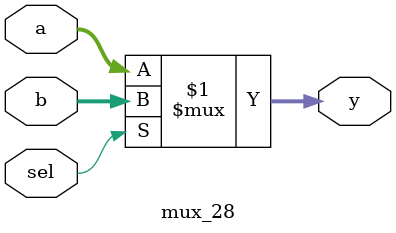
<source format=v>
module mux_28(sel, a, b, y);
  input   sel;
  input   [7:0] a;
  input   [7:0] b;
  output  [7:0] y;

  assign y = (sel) ? b : a;
endmodule
</source>
